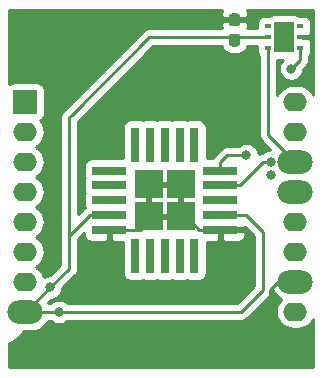
<source format=gtl>
G04 #@! TF.GenerationSoftware,KiCad,Pcbnew,(5.1.7)-1*
G04 #@! TF.CreationDate,2021-11-12T18:57:48+01:00*
G04 #@! TF.ProjectId,CO2-Breakout,434f322d-4272-4656-916b-6f75742e6b69,rev?*
G04 #@! TF.SameCoordinates,Original*
G04 #@! TF.FileFunction,Copper,L1,Top*
G04 #@! TF.FilePolarity,Positive*
%FSLAX46Y46*%
G04 Gerber Fmt 4.6, Leading zero omitted, Abs format (unit mm)*
G04 Created by KiCad (PCBNEW (5.1.7)-1) date 2021-11-12 18:57:48*
%MOMM*%
%LPD*%
G01*
G04 APERTURE LIST*
G04 #@! TA.AperFunction,SMDPad,CuDef*
%ADD10R,1.700000X2.600000*%
G04 #@! TD*
G04 #@! TA.AperFunction,SMDPad,CuDef*
%ADD11R,0.630000X0.450000*%
G04 #@! TD*
G04 #@! TA.AperFunction,ComponentPad*
%ADD12O,2.000000X1.600000*%
G04 #@! TD*
G04 #@! TA.AperFunction,ComponentPad*
%ADD13O,3.000000X2.000000*%
G04 #@! TD*
G04 #@! TA.AperFunction,ComponentPad*
%ADD14R,2.000000X2.000000*%
G04 #@! TD*
G04 #@! TA.AperFunction,SMDPad,CuDef*
%ADD15R,2.400000X2.400000*%
G04 #@! TD*
G04 #@! TA.AperFunction,SMDPad,CuDef*
%ADD16R,0.800000X3.000000*%
G04 #@! TD*
G04 #@! TA.AperFunction,SMDPad,CuDef*
%ADD17R,3.000000X0.800000*%
G04 #@! TD*
G04 #@! TA.AperFunction,ViaPad*
%ADD18C,0.800000*%
G04 #@! TD*
G04 #@! TA.AperFunction,Conductor*
%ADD19C,0.250000*%
G04 #@! TD*
G04 #@! TA.AperFunction,Conductor*
%ADD20C,0.254000*%
G04 #@! TD*
G04 #@! TA.AperFunction,Conductor*
%ADD21C,0.100000*%
G04 #@! TD*
G04 APERTURE END LIST*
G04 #@! TO.P,C1,2*
G04 #@! TO.N,GND*
G04 #@! TA.AperFunction,SMDPad,CuDef*
G36*
G01*
X107437500Y-88475000D02*
X106962500Y-88475000D01*
G75*
G02*
X106725000Y-88237500I0J237500D01*
G01*
X106725000Y-87637500D01*
G75*
G02*
X106962500Y-87400000I237500J0D01*
G01*
X107437500Y-87400000D01*
G75*
G02*
X107675000Y-87637500I0J-237500D01*
G01*
X107675000Y-88237500D01*
G75*
G02*
X107437500Y-88475000I-237500J0D01*
G01*
G37*
G04 #@! TD.AperFunction*
G04 #@! TO.P,C1,1*
G04 #@! TO.N,+3V3*
G04 #@! TA.AperFunction,SMDPad,CuDef*
G36*
G01*
X107437500Y-90200000D02*
X106962500Y-90200000D01*
G75*
G02*
X106725000Y-89962500I0J237500D01*
G01*
X106725000Y-89362500D01*
G75*
G02*
X106962500Y-89125000I237500J0D01*
G01*
X107437500Y-89125000D01*
G75*
G02*
X107675000Y-89362500I0J-237500D01*
G01*
X107675000Y-89962500D01*
G75*
G02*
X107437500Y-90200000I-237500J0D01*
G01*
G37*
G04 #@! TD.AperFunction*
G04 #@! TD*
D10*
G04 #@! TO.P,U1,7*
G04 #@! TO.N,N/C*
X111400000Y-89400000D03*
D11*
G04 #@! TO.P,U1,6*
G04 #@! TO.N,/SCL*
X110060000Y-90350000D03*
G04 #@! TO.P,U1,5*
G04 #@! TO.N,+3V3*
X110060000Y-89400000D03*
G04 #@! TO.P,U1,4*
G04 #@! TO.N,Net-(U1-Pad4)*
X110060000Y-88450000D03*
G04 #@! TO.P,U1,3*
G04 #@! TO.N,Net-(U1-Pad3)*
X112740000Y-88450000D03*
G04 #@! TO.P,U1,2*
G04 #@! TO.N,GND*
X112740000Y-89400000D03*
G04 #@! TO.P,U1,1*
G04 #@! TO.N,/SDA*
X112740000Y-90350000D03*
G04 #@! TD*
D12*
G04 #@! TO.P,U2,16*
G04 #@! TO.N,Net-(U2-Pad16)*
X112355001Y-94875000D03*
G04 #@! TO.P,U2,15*
G04 #@! TO.N,Net-(U2-Pad15)*
X112355001Y-97415000D03*
D13*
G04 #@! TO.P,U2,14*
G04 #@! TO.N,/SCL*
X112355001Y-99955000D03*
G04 #@! TO.P,U2,13*
G04 #@! TO.N,/SDA*
X112355001Y-102495000D03*
D12*
G04 #@! TO.P,U2,12*
G04 #@! TO.N,Net-(U2-Pad12)*
X112355001Y-105035000D03*
G04 #@! TO.P,U2,11*
G04 #@! TO.N,Net-(U2-Pad11)*
X112355001Y-107575000D03*
D13*
G04 #@! TO.P,U2,10*
G04 #@! TO.N,GND*
X112355001Y-110115000D03*
D12*
G04 #@! TO.P,U2,9*
G04 #@! TO.N,Net-(U2-Pad9)*
X112355001Y-112655000D03*
D13*
G04 #@! TO.P,U2,8*
G04 #@! TO.N,+3V3*
X89495001Y-112655000D03*
D12*
G04 #@! TO.P,U2,7*
G04 #@! TO.N,Net-(U2-Pad7)*
X89495001Y-110115000D03*
G04 #@! TO.P,U2,6*
G04 #@! TO.N,Net-(U2-Pad6)*
X89495001Y-107575000D03*
G04 #@! TO.P,U2,5*
G04 #@! TO.N,Net-(U2-Pad5)*
X89495001Y-105035000D03*
G04 #@! TO.P,U2,4*
G04 #@! TO.N,Net-(U2-Pad4)*
X89495001Y-102495000D03*
G04 #@! TO.P,U2,3*
G04 #@! TO.N,Net-(U2-Pad3)*
X89495001Y-99955000D03*
D14*
G04 #@! TO.P,U2,1*
G04 #@! TO.N,Net-(U2-Pad1)*
X89495001Y-94875000D03*
D12*
G04 #@! TO.P,U2,2*
G04 #@! TO.N,Net-(U2-Pad2)*
X89495001Y-97415000D03*
G04 #@! TD*
D15*
G04 #@! TO.P,SCD1,21*
G04 #@! TO.N,GND*
X102650000Y-104550000D03*
X102650000Y-101850000D03*
X99950000Y-101850000D03*
D16*
G04 #@! TO.P,SCD1,1*
G04 #@! TO.N,N/C*
X98800000Y-107900000D03*
G04 #@! TO.P,SCD1,2*
X100050000Y-107900000D03*
G04 #@! TO.P,SCD1,3*
X101300000Y-107900000D03*
G04 #@! TO.P,SCD1,4*
X102550000Y-107900000D03*
G04 #@! TO.P,SCD1,5*
X103800000Y-107900000D03*
G04 #@! TO.P,SCD1,11*
X103800000Y-98500000D03*
D17*
G04 #@! TO.P,SCD1,16*
X96600000Y-100700000D03*
G04 #@! TO.P,SCD1,6*
G04 #@! TO.N,GND*
X106000000Y-105700000D03*
G04 #@! TO.P,SCD1,7*
G04 #@! TO.N,+3V3*
X106000000Y-104450000D03*
G04 #@! TO.P,SCD1,8*
G04 #@! TO.N,N/C*
X106000000Y-103200000D03*
G04 #@! TO.P,SCD1,9*
G04 #@! TO.N,/SCL*
X106000000Y-101950000D03*
G04 #@! TO.P,SCD1,10*
G04 #@! TO.N,/SDA*
X106000000Y-100700000D03*
D16*
G04 #@! TO.P,SCD1,12*
G04 #@! TO.N,N/C*
X102550000Y-98500000D03*
G04 #@! TO.P,SCD1,13*
X101300000Y-98500000D03*
G04 #@! TO.P,SCD1,14*
X100050000Y-98500000D03*
G04 #@! TO.P,SCD1,15*
X98800000Y-98500000D03*
D17*
G04 #@! TO.P,SCD1,17*
X96600000Y-101950000D03*
G04 #@! TO.P,SCD1,18*
X96600000Y-103200000D03*
G04 #@! TO.P,SCD1,19*
G04 #@! TO.N,+3V3*
X96600000Y-104450000D03*
G04 #@! TO.P,SCD1,20*
G04 #@! TO.N,GND*
X96600000Y-105700000D03*
D15*
G04 #@! TO.P,SCD1,21*
X99950000Y-104550000D03*
G04 #@! TD*
D18*
G04 #@! TO.N,GND*
X93000000Y-89000000D03*
X98000000Y-89000000D03*
X100500000Y-94000000D03*
X105500000Y-94000000D03*
X108000000Y-109000000D03*
X101500000Y-111000000D03*
X95500000Y-110500000D03*
X96000000Y-97000000D03*
X109400000Y-113400000D03*
X102000000Y-113800000D03*
X94800000Y-114000000D03*
G04 #@! TO.N,+3V3*
X92345000Y-112655000D03*
X91599999Y-110599999D03*
G04 #@! TO.N,/SCL*
X110295000Y-99955000D03*
G04 #@! TO.N,/SDA*
X108200000Y-99400000D03*
X112000000Y-92075000D03*
X110300000Y-101100000D03*
G04 #@! TD*
D19*
G04 #@! TO.N,GND*
X104200000Y-105700000D02*
X103050000Y-104550000D01*
X106400000Y-105700000D02*
X104200000Y-105700000D01*
X99200000Y-105700000D02*
X97000000Y-105700000D01*
X100350000Y-104550000D02*
X99200000Y-105700000D01*
X112740000Y-89400000D02*
X113400000Y-89400000D01*
X112322517Y-110115000D02*
X112322574Y-110113642D01*
X110885000Y-110115000D02*
X112322517Y-110115000D01*
X110200000Y-110800000D02*
X110885000Y-110115000D01*
X110200000Y-112200000D02*
X110200000Y-110800000D01*
X109400000Y-113000000D02*
X110200000Y-112200000D01*
X109400000Y-113400000D02*
X109400000Y-113000000D01*
G04 #@! TO.N,+3V3*
X93200000Y-107200000D02*
X93200000Y-106200000D01*
X94950000Y-104450000D02*
X97000000Y-104450000D01*
X93200000Y-106200000D02*
X94950000Y-104450000D01*
X107745000Y-112655000D02*
X109600000Y-110800000D01*
X108150000Y-104450000D02*
X106400000Y-104450000D01*
X109600000Y-105900000D02*
X108150000Y-104450000D01*
X109600000Y-110800000D02*
X109600000Y-105900000D01*
X89601089Y-112598910D02*
X89599516Y-112586459D01*
X93200000Y-109000000D02*
X91599999Y-110599999D01*
X93200000Y-107200000D02*
X93200000Y-109000000D01*
X89600687Y-112655000D02*
X89599947Y-112646187D01*
X107745000Y-112655000D02*
X92345000Y-112655000D01*
X110060000Y-89400000D02*
X109495000Y-89400000D01*
X109495000Y-89400000D02*
X100000000Y-89400000D01*
X93200000Y-96200000D02*
X93600000Y-95800000D01*
X93200000Y-106200000D02*
X93200000Y-96200000D01*
X93600000Y-95800000D02*
X93400000Y-96000000D01*
X100000000Y-89400000D02*
X93600000Y-95800000D01*
X107462500Y-89400000D02*
X107200000Y-89662500D01*
X110060000Y-89400000D02*
X107462500Y-89400000D01*
X92345000Y-112655000D02*
X89600687Y-112655000D01*
X91599999Y-110599999D02*
X89601089Y-112598910D01*
G04 #@! TO.N,/SCL*
X110060000Y-97659999D02*
X112355001Y-99955000D01*
X110060000Y-90350000D02*
X110060000Y-97659999D01*
X106000000Y-101950000D02*
X107650000Y-101950000D01*
X109645000Y-99955000D02*
X110295000Y-99955000D01*
X107650000Y-101950000D02*
X109645000Y-99955000D01*
G04 #@! TO.N,/SDA*
X106200000Y-100500000D02*
X106400000Y-100700000D01*
X108200000Y-99400000D02*
X106600000Y-99400000D01*
X106000000Y-100000000D02*
X106000000Y-100700000D01*
X106600000Y-99400000D02*
X106000000Y-100000000D01*
X112740000Y-91335000D02*
X112740000Y-90350000D01*
X112000000Y-92075000D02*
X112740000Y-91335000D01*
G04 #@! TD*
D20*
G04 #@! TO.N,GND*
X110424991Y-110917761D02*
X110609079Y-111181317D01*
X110841047Y-111403895D01*
X111111981Y-111576942D01*
X111176118Y-111601969D01*
X111135393Y-111635392D01*
X110956069Y-111853899D01*
X110822819Y-112103192D01*
X110740765Y-112373691D01*
X110713058Y-112655000D01*
X110740765Y-112936309D01*
X110822819Y-113206808D01*
X110956069Y-113456101D01*
X111135393Y-113674608D01*
X111353900Y-113853932D01*
X111603193Y-113987182D01*
X111873692Y-114069236D01*
X112084509Y-114090000D01*
X112625493Y-114090000D01*
X112836310Y-114069236D01*
X113106809Y-113987182D01*
X113356102Y-113853932D01*
X113574609Y-113674608D01*
X113753933Y-113456101D01*
X113873000Y-113233343D01*
X113873000Y-117373000D01*
X88127000Y-117373000D01*
X88127000Y-115321180D01*
X88156826Y-115308887D01*
X88164932Y-115304503D01*
X88532637Y-115102356D01*
X88582000Y-115068557D01*
X88631819Y-115035457D01*
X88638919Y-115029583D01*
X88960356Y-114759865D01*
X89002200Y-114717135D01*
X89044655Y-114674976D01*
X89050479Y-114667835D01*
X89313406Y-114340820D01*
X89346166Y-114290757D01*
X89346677Y-114290000D01*
X90075323Y-114290000D01*
X90315517Y-114266343D01*
X90623716Y-114172852D01*
X90907753Y-114021031D01*
X91156715Y-113816714D01*
X91361032Y-113567752D01*
X91442680Y-113415000D01*
X91641289Y-113415000D01*
X91685226Y-113458937D01*
X91854744Y-113572205D01*
X92043102Y-113650226D01*
X92243061Y-113690000D01*
X92446939Y-113690000D01*
X92646898Y-113650226D01*
X92835256Y-113572205D01*
X93004774Y-113458937D01*
X93048711Y-113415000D01*
X107707678Y-113415000D01*
X107745000Y-113418676D01*
X107782322Y-113415000D01*
X107782333Y-113415000D01*
X107893986Y-113404003D01*
X108037247Y-113360546D01*
X108169276Y-113289974D01*
X108285001Y-113195001D01*
X108308804Y-113165997D01*
X110111004Y-111363798D01*
X110140001Y-111340001D01*
X110234974Y-111224276D01*
X110305546Y-111092247D01*
X110349003Y-110948986D01*
X110360000Y-110837333D01*
X110360000Y-110837324D01*
X110363676Y-110800001D01*
X110360878Y-110771593D01*
X110424991Y-110917761D01*
G04 #@! TA.AperFunction,Conductor*
D21*
G36*
X110424991Y-110917761D02*
G01*
X110609079Y-111181317D01*
X110841047Y-111403895D01*
X111111981Y-111576942D01*
X111176118Y-111601969D01*
X111135393Y-111635392D01*
X110956069Y-111853899D01*
X110822819Y-112103192D01*
X110740765Y-112373691D01*
X110713058Y-112655000D01*
X110740765Y-112936309D01*
X110822819Y-113206808D01*
X110956069Y-113456101D01*
X111135393Y-113674608D01*
X111353900Y-113853932D01*
X111603193Y-113987182D01*
X111873692Y-114069236D01*
X112084509Y-114090000D01*
X112625493Y-114090000D01*
X112836310Y-114069236D01*
X113106809Y-113987182D01*
X113356102Y-113853932D01*
X113574609Y-113674608D01*
X113753933Y-113456101D01*
X113873000Y-113233343D01*
X113873000Y-117373000D01*
X88127000Y-117373000D01*
X88127000Y-115321180D01*
X88156826Y-115308887D01*
X88164932Y-115304503D01*
X88532637Y-115102356D01*
X88582000Y-115068557D01*
X88631819Y-115035457D01*
X88638919Y-115029583D01*
X88960356Y-114759865D01*
X89002200Y-114717135D01*
X89044655Y-114674976D01*
X89050479Y-114667835D01*
X89313406Y-114340820D01*
X89346166Y-114290757D01*
X89346677Y-114290000D01*
X90075323Y-114290000D01*
X90315517Y-114266343D01*
X90623716Y-114172852D01*
X90907753Y-114021031D01*
X91156715Y-113816714D01*
X91361032Y-113567752D01*
X91442680Y-113415000D01*
X91641289Y-113415000D01*
X91685226Y-113458937D01*
X91854744Y-113572205D01*
X92043102Y-113650226D01*
X92243061Y-113690000D01*
X92446939Y-113690000D01*
X92646898Y-113650226D01*
X92835256Y-113572205D01*
X93004774Y-113458937D01*
X93048711Y-113415000D01*
X107707678Y-113415000D01*
X107745000Y-113418676D01*
X107782322Y-113415000D01*
X107782333Y-113415000D01*
X107893986Y-113404003D01*
X108037247Y-113360546D01*
X108169276Y-113289974D01*
X108285001Y-113195001D01*
X108308804Y-113165997D01*
X110111004Y-111363798D01*
X110140001Y-111340001D01*
X110234974Y-111224276D01*
X110305546Y-111092247D01*
X110349003Y-110948986D01*
X110360000Y-110837333D01*
X110360000Y-110837324D01*
X110363676Y-110800001D01*
X110360878Y-110771593D01*
X110424991Y-110917761D01*
G37*
G04 #@! TD.AperFunction*
D20*
X108840001Y-106214803D02*
X108840000Y-110485198D01*
X107430199Y-111895000D01*
X93048711Y-111895000D01*
X93004774Y-111851063D01*
X92835256Y-111737795D01*
X92646898Y-111659774D01*
X92446939Y-111620000D01*
X92243061Y-111620000D01*
X92043102Y-111659774D01*
X91854744Y-111737795D01*
X91685226Y-111851063D01*
X91641289Y-111895000D01*
X91442680Y-111895000D01*
X91420777Y-111854023D01*
X91639801Y-111634999D01*
X91701938Y-111634999D01*
X91901897Y-111595225D01*
X92090255Y-111517204D01*
X92259773Y-111403936D01*
X92403936Y-111259773D01*
X92517204Y-111090255D01*
X92595225Y-110901897D01*
X92634999Y-110701938D01*
X92634999Y-110639801D01*
X93711002Y-109563800D01*
X93740001Y-109540001D01*
X93805416Y-109460293D01*
X93834974Y-109424277D01*
X93905546Y-109292247D01*
X93923703Y-109232389D01*
X93949003Y-109148986D01*
X93960000Y-109037333D01*
X93960000Y-109037324D01*
X93963676Y-109000001D01*
X93960000Y-108962676D01*
X93960000Y-106514801D01*
X94464335Y-106010466D01*
X94461928Y-106100000D01*
X94474188Y-106224482D01*
X94510498Y-106344180D01*
X94569463Y-106454494D01*
X94648815Y-106551185D01*
X94745506Y-106630537D01*
X94855820Y-106689502D01*
X94975518Y-106725812D01*
X95100000Y-106738072D01*
X96314250Y-106735000D01*
X96473000Y-106576250D01*
X96473000Y-105827000D01*
X96453000Y-105827000D01*
X96453000Y-105573000D01*
X96473000Y-105573000D01*
X96473000Y-105553000D01*
X96727000Y-105553000D01*
X96727000Y-105573000D01*
X96747000Y-105573000D01*
X96747000Y-105827000D01*
X96727000Y-105827000D01*
X96727000Y-106576250D01*
X96885750Y-106735000D01*
X97761928Y-106737217D01*
X97761928Y-109400000D01*
X97774188Y-109524482D01*
X97810498Y-109644180D01*
X97869463Y-109754494D01*
X97948815Y-109851185D01*
X98045506Y-109930537D01*
X98155820Y-109989502D01*
X98275518Y-110025812D01*
X98400000Y-110038072D01*
X99200000Y-110038072D01*
X99324482Y-110025812D01*
X99425000Y-109995320D01*
X99525518Y-110025812D01*
X99650000Y-110038072D01*
X100450000Y-110038072D01*
X100574482Y-110025812D01*
X100675000Y-109995320D01*
X100775518Y-110025812D01*
X100900000Y-110038072D01*
X101700000Y-110038072D01*
X101824482Y-110025812D01*
X101925000Y-109995320D01*
X102025518Y-110025812D01*
X102150000Y-110038072D01*
X102950000Y-110038072D01*
X103074482Y-110025812D01*
X103175000Y-109995320D01*
X103275518Y-110025812D01*
X103400000Y-110038072D01*
X104200000Y-110038072D01*
X104324482Y-110025812D01*
X104444180Y-109989502D01*
X104554494Y-109930537D01*
X104651185Y-109851185D01*
X104730537Y-109754494D01*
X104789502Y-109644180D01*
X104825812Y-109524482D01*
X104838072Y-109400000D01*
X104838072Y-106737217D01*
X105714250Y-106735000D01*
X105873000Y-106576250D01*
X105873000Y-105827000D01*
X106127000Y-105827000D01*
X106127000Y-106576250D01*
X106285750Y-106735000D01*
X107500000Y-106738072D01*
X107624482Y-106725812D01*
X107744180Y-106689502D01*
X107854494Y-106630537D01*
X107951185Y-106551185D01*
X108030537Y-106454494D01*
X108089502Y-106344180D01*
X108125812Y-106224482D01*
X108138072Y-106100000D01*
X108135000Y-105985750D01*
X107976250Y-105827000D01*
X106127000Y-105827000D01*
X105873000Y-105827000D01*
X105853000Y-105827000D01*
X105853000Y-105573000D01*
X105873000Y-105573000D01*
X105873000Y-105553000D01*
X106127000Y-105553000D01*
X106127000Y-105573000D01*
X107976250Y-105573000D01*
X108087224Y-105462026D01*
X108840001Y-106214803D01*
G04 #@! TA.AperFunction,Conductor*
D21*
G36*
X108840001Y-106214803D02*
G01*
X108840000Y-110485198D01*
X107430199Y-111895000D01*
X93048711Y-111895000D01*
X93004774Y-111851063D01*
X92835256Y-111737795D01*
X92646898Y-111659774D01*
X92446939Y-111620000D01*
X92243061Y-111620000D01*
X92043102Y-111659774D01*
X91854744Y-111737795D01*
X91685226Y-111851063D01*
X91641289Y-111895000D01*
X91442680Y-111895000D01*
X91420777Y-111854023D01*
X91639801Y-111634999D01*
X91701938Y-111634999D01*
X91901897Y-111595225D01*
X92090255Y-111517204D01*
X92259773Y-111403936D01*
X92403936Y-111259773D01*
X92517204Y-111090255D01*
X92595225Y-110901897D01*
X92634999Y-110701938D01*
X92634999Y-110639801D01*
X93711002Y-109563800D01*
X93740001Y-109540001D01*
X93805416Y-109460293D01*
X93834974Y-109424277D01*
X93905546Y-109292247D01*
X93923703Y-109232389D01*
X93949003Y-109148986D01*
X93960000Y-109037333D01*
X93960000Y-109037324D01*
X93963676Y-109000001D01*
X93960000Y-108962676D01*
X93960000Y-106514801D01*
X94464335Y-106010466D01*
X94461928Y-106100000D01*
X94474188Y-106224482D01*
X94510498Y-106344180D01*
X94569463Y-106454494D01*
X94648815Y-106551185D01*
X94745506Y-106630537D01*
X94855820Y-106689502D01*
X94975518Y-106725812D01*
X95100000Y-106738072D01*
X96314250Y-106735000D01*
X96473000Y-106576250D01*
X96473000Y-105827000D01*
X96453000Y-105827000D01*
X96453000Y-105573000D01*
X96473000Y-105573000D01*
X96473000Y-105553000D01*
X96727000Y-105553000D01*
X96727000Y-105573000D01*
X96747000Y-105573000D01*
X96747000Y-105827000D01*
X96727000Y-105827000D01*
X96727000Y-106576250D01*
X96885750Y-106735000D01*
X97761928Y-106737217D01*
X97761928Y-109400000D01*
X97774188Y-109524482D01*
X97810498Y-109644180D01*
X97869463Y-109754494D01*
X97948815Y-109851185D01*
X98045506Y-109930537D01*
X98155820Y-109989502D01*
X98275518Y-110025812D01*
X98400000Y-110038072D01*
X99200000Y-110038072D01*
X99324482Y-110025812D01*
X99425000Y-109995320D01*
X99525518Y-110025812D01*
X99650000Y-110038072D01*
X100450000Y-110038072D01*
X100574482Y-110025812D01*
X100675000Y-109995320D01*
X100775518Y-110025812D01*
X100900000Y-110038072D01*
X101700000Y-110038072D01*
X101824482Y-110025812D01*
X101925000Y-109995320D01*
X102025518Y-110025812D01*
X102150000Y-110038072D01*
X102950000Y-110038072D01*
X103074482Y-110025812D01*
X103175000Y-109995320D01*
X103275518Y-110025812D01*
X103400000Y-110038072D01*
X104200000Y-110038072D01*
X104324482Y-110025812D01*
X104444180Y-109989502D01*
X104554494Y-109930537D01*
X104651185Y-109851185D01*
X104730537Y-109754494D01*
X104789502Y-109644180D01*
X104825812Y-109524482D01*
X104838072Y-109400000D01*
X104838072Y-106737217D01*
X105714250Y-106735000D01*
X105873000Y-106576250D01*
X105873000Y-105827000D01*
X106127000Y-105827000D01*
X106127000Y-106576250D01*
X106285750Y-106735000D01*
X107500000Y-106738072D01*
X107624482Y-106725812D01*
X107744180Y-106689502D01*
X107854494Y-106630537D01*
X107951185Y-106551185D01*
X108030537Y-106454494D01*
X108089502Y-106344180D01*
X108125812Y-106224482D01*
X108138072Y-106100000D01*
X108135000Y-105985750D01*
X107976250Y-105827000D01*
X106127000Y-105827000D01*
X105873000Y-105827000D01*
X105853000Y-105827000D01*
X105853000Y-105573000D01*
X105873000Y-105573000D01*
X105873000Y-105553000D01*
X106127000Y-105553000D01*
X106127000Y-105573000D01*
X107976250Y-105573000D01*
X108087224Y-105462026D01*
X108840001Y-106214803D01*
G37*
G04 #@! TD.AperFunction*
D20*
X106135498Y-87155820D02*
X106099188Y-87275518D01*
X106086928Y-87400000D01*
X106090000Y-87651750D01*
X106248750Y-87810500D01*
X107073000Y-87810500D01*
X107073000Y-87790500D01*
X107327000Y-87790500D01*
X107327000Y-87810500D01*
X108151250Y-87810500D01*
X108310000Y-87651750D01*
X108313072Y-87400000D01*
X108300812Y-87275518D01*
X108264502Y-87155820D01*
X108249097Y-87127000D01*
X113873000Y-87127000D01*
X113873000Y-94296657D01*
X113753933Y-94073899D01*
X113574609Y-93855392D01*
X113356102Y-93676068D01*
X113106809Y-93542818D01*
X112836310Y-93460764D01*
X112625493Y-93440000D01*
X112084509Y-93440000D01*
X111873692Y-93460764D01*
X111603193Y-93542818D01*
X111353900Y-93676068D01*
X111135393Y-93855392D01*
X110956069Y-94073899D01*
X110822819Y-94323192D01*
X110820000Y-94332485D01*
X110820000Y-91338072D01*
X111273217Y-91338072D01*
X111196063Y-91415226D01*
X111082795Y-91584744D01*
X111004774Y-91773102D01*
X110965000Y-91973061D01*
X110965000Y-92176939D01*
X111004774Y-92376898D01*
X111082795Y-92565256D01*
X111196063Y-92734774D01*
X111340226Y-92878937D01*
X111509744Y-92992205D01*
X111698102Y-93070226D01*
X111898061Y-93110000D01*
X112101939Y-93110000D01*
X112301898Y-93070226D01*
X112490256Y-92992205D01*
X112659774Y-92878937D01*
X112803937Y-92734774D01*
X112917205Y-92565256D01*
X112995226Y-92376898D01*
X113035000Y-92176939D01*
X113035000Y-92114802D01*
X113251004Y-91898798D01*
X113280001Y-91875001D01*
X113306332Y-91842917D01*
X113374974Y-91759277D01*
X113445546Y-91627247D01*
X113464732Y-91563998D01*
X113489003Y-91483986D01*
X113500000Y-91372333D01*
X113500000Y-91372324D01*
X113503676Y-91335001D01*
X113500000Y-91297678D01*
X113500000Y-91031261D01*
X113506185Y-91026185D01*
X113585537Y-90929494D01*
X113644502Y-90819180D01*
X113680812Y-90699482D01*
X113693072Y-90575000D01*
X113693072Y-90125000D01*
X113680812Y-90000518D01*
X113644502Y-89880820D01*
X113641231Y-89874701D01*
X113677491Y-89765145D01*
X113690000Y-89656750D01*
X113531250Y-89498000D01*
X113167420Y-89498000D01*
X113055000Y-89486928D01*
X112888072Y-89486928D01*
X112888072Y-89313072D01*
X113055000Y-89313072D01*
X113167420Y-89302000D01*
X113531250Y-89302000D01*
X113690000Y-89143250D01*
X113677491Y-89034855D01*
X113641231Y-88925299D01*
X113644502Y-88919180D01*
X113680812Y-88799482D01*
X113693072Y-88675000D01*
X113693072Y-88225000D01*
X113680812Y-88100518D01*
X113644502Y-87980820D01*
X113585537Y-87870506D01*
X113506185Y-87773815D01*
X113409494Y-87694463D01*
X113299180Y-87635498D01*
X113179482Y-87599188D01*
X113055000Y-87586928D01*
X112625775Y-87586928D01*
X112604494Y-87569463D01*
X112494180Y-87510498D01*
X112374482Y-87474188D01*
X112250000Y-87461928D01*
X110550000Y-87461928D01*
X110425518Y-87474188D01*
X110305820Y-87510498D01*
X110195506Y-87569463D01*
X110174225Y-87586928D01*
X109745000Y-87586928D01*
X109620518Y-87599188D01*
X109500820Y-87635498D01*
X109390506Y-87694463D01*
X109293815Y-87773815D01*
X109214463Y-87870506D01*
X109155498Y-87980820D01*
X109119188Y-88100518D01*
X109106928Y-88225000D01*
X109106928Y-88640000D01*
X108288521Y-88640000D01*
X108300812Y-88599482D01*
X108313072Y-88475000D01*
X108310000Y-88223250D01*
X108151250Y-88064500D01*
X107327000Y-88064500D01*
X107327000Y-88084500D01*
X107073000Y-88084500D01*
X107073000Y-88064500D01*
X106248750Y-88064500D01*
X106090000Y-88223250D01*
X106086928Y-88475000D01*
X106099188Y-88599482D01*
X106111479Y-88640000D01*
X100037323Y-88640000D01*
X100000000Y-88636324D01*
X99962677Y-88640000D01*
X99962667Y-88640000D01*
X99851014Y-88650997D01*
X99707753Y-88694454D01*
X99575724Y-88765026D01*
X99459999Y-88859999D01*
X99436201Y-88888997D01*
X93089003Y-95236196D01*
X93088997Y-95236201D01*
X92688998Y-95636201D01*
X92660000Y-95659999D01*
X92636202Y-95688997D01*
X92636201Y-95688998D01*
X92565026Y-95775724D01*
X92494454Y-95907754D01*
X92450998Y-96051015D01*
X92436324Y-96200000D01*
X92440001Y-96237332D01*
X92440000Y-106162678D01*
X92436324Y-106200000D01*
X92440000Y-106237322D01*
X92440000Y-106237332D01*
X92440001Y-106237341D01*
X92440000Y-107162667D01*
X92440000Y-107162668D01*
X92440001Y-108685196D01*
X91560197Y-109564999D01*
X91498060Y-109564999D01*
X91298101Y-109604773D01*
X91109743Y-109682794D01*
X91071263Y-109708506D01*
X91027183Y-109563192D01*
X90893933Y-109313899D01*
X90714609Y-109095392D01*
X90496102Y-108916068D01*
X90363143Y-108845000D01*
X90496102Y-108773932D01*
X90714609Y-108594608D01*
X90893933Y-108376101D01*
X91027183Y-108126808D01*
X91109237Y-107856309D01*
X91136944Y-107575000D01*
X91109237Y-107293691D01*
X91027183Y-107023192D01*
X90893933Y-106773899D01*
X90714609Y-106555392D01*
X90496102Y-106376068D01*
X90363143Y-106305000D01*
X90496102Y-106233932D01*
X90714609Y-106054608D01*
X90893933Y-105836101D01*
X91027183Y-105586808D01*
X91109237Y-105316309D01*
X91136944Y-105035000D01*
X91109237Y-104753691D01*
X91027183Y-104483192D01*
X90893933Y-104233899D01*
X90714609Y-104015392D01*
X90496102Y-103836068D01*
X90363143Y-103765000D01*
X90496102Y-103693932D01*
X90714609Y-103514608D01*
X90893933Y-103296101D01*
X91027183Y-103046808D01*
X91109237Y-102776309D01*
X91136944Y-102495000D01*
X91109237Y-102213691D01*
X91027183Y-101943192D01*
X90893933Y-101693899D01*
X90714609Y-101475392D01*
X90496102Y-101296068D01*
X90363143Y-101225000D01*
X90496102Y-101153932D01*
X90714609Y-100974608D01*
X90893933Y-100756101D01*
X91027183Y-100506808D01*
X91109237Y-100236309D01*
X91136944Y-99955000D01*
X91109237Y-99673691D01*
X91027183Y-99403192D01*
X90893933Y-99153899D01*
X90714609Y-98935392D01*
X90496102Y-98756068D01*
X90363143Y-98685000D01*
X90496102Y-98613932D01*
X90714609Y-98434608D01*
X90893933Y-98216101D01*
X91027183Y-97966808D01*
X91109237Y-97696309D01*
X91136944Y-97415000D01*
X91109237Y-97133691D01*
X91027183Y-96863192D01*
X90893933Y-96613899D01*
X90761525Y-96452559D01*
X90849495Y-96405537D01*
X90946186Y-96326185D01*
X91025538Y-96229494D01*
X91084503Y-96119180D01*
X91120813Y-95999482D01*
X91133073Y-95875000D01*
X91133073Y-93875000D01*
X91120813Y-93750518D01*
X91084503Y-93630820D01*
X91025538Y-93520506D01*
X90946186Y-93423815D01*
X90849495Y-93344463D01*
X90739181Y-93285498D01*
X90619483Y-93249188D01*
X90495001Y-93236928D01*
X88495001Y-93236928D01*
X88370519Y-93249188D01*
X88250821Y-93285498D01*
X88140507Y-93344463D01*
X88127000Y-93355548D01*
X88127000Y-87127000D01*
X106150903Y-87127000D01*
X106135498Y-87155820D01*
G04 #@! TA.AperFunction,Conductor*
D21*
G36*
X106135498Y-87155820D02*
G01*
X106099188Y-87275518D01*
X106086928Y-87400000D01*
X106090000Y-87651750D01*
X106248750Y-87810500D01*
X107073000Y-87810500D01*
X107073000Y-87790500D01*
X107327000Y-87790500D01*
X107327000Y-87810500D01*
X108151250Y-87810500D01*
X108310000Y-87651750D01*
X108313072Y-87400000D01*
X108300812Y-87275518D01*
X108264502Y-87155820D01*
X108249097Y-87127000D01*
X113873000Y-87127000D01*
X113873000Y-94296657D01*
X113753933Y-94073899D01*
X113574609Y-93855392D01*
X113356102Y-93676068D01*
X113106809Y-93542818D01*
X112836310Y-93460764D01*
X112625493Y-93440000D01*
X112084509Y-93440000D01*
X111873692Y-93460764D01*
X111603193Y-93542818D01*
X111353900Y-93676068D01*
X111135393Y-93855392D01*
X110956069Y-94073899D01*
X110822819Y-94323192D01*
X110820000Y-94332485D01*
X110820000Y-91338072D01*
X111273217Y-91338072D01*
X111196063Y-91415226D01*
X111082795Y-91584744D01*
X111004774Y-91773102D01*
X110965000Y-91973061D01*
X110965000Y-92176939D01*
X111004774Y-92376898D01*
X111082795Y-92565256D01*
X111196063Y-92734774D01*
X111340226Y-92878937D01*
X111509744Y-92992205D01*
X111698102Y-93070226D01*
X111898061Y-93110000D01*
X112101939Y-93110000D01*
X112301898Y-93070226D01*
X112490256Y-92992205D01*
X112659774Y-92878937D01*
X112803937Y-92734774D01*
X112917205Y-92565256D01*
X112995226Y-92376898D01*
X113035000Y-92176939D01*
X113035000Y-92114802D01*
X113251004Y-91898798D01*
X113280001Y-91875001D01*
X113306332Y-91842917D01*
X113374974Y-91759277D01*
X113445546Y-91627247D01*
X113464732Y-91563998D01*
X113489003Y-91483986D01*
X113500000Y-91372333D01*
X113500000Y-91372324D01*
X113503676Y-91335001D01*
X113500000Y-91297678D01*
X113500000Y-91031261D01*
X113506185Y-91026185D01*
X113585537Y-90929494D01*
X113644502Y-90819180D01*
X113680812Y-90699482D01*
X113693072Y-90575000D01*
X113693072Y-90125000D01*
X113680812Y-90000518D01*
X113644502Y-89880820D01*
X113641231Y-89874701D01*
X113677491Y-89765145D01*
X113690000Y-89656750D01*
X113531250Y-89498000D01*
X113167420Y-89498000D01*
X113055000Y-89486928D01*
X112888072Y-89486928D01*
X112888072Y-89313072D01*
X113055000Y-89313072D01*
X113167420Y-89302000D01*
X113531250Y-89302000D01*
X113690000Y-89143250D01*
X113677491Y-89034855D01*
X113641231Y-88925299D01*
X113644502Y-88919180D01*
X113680812Y-88799482D01*
X113693072Y-88675000D01*
X113693072Y-88225000D01*
X113680812Y-88100518D01*
X113644502Y-87980820D01*
X113585537Y-87870506D01*
X113506185Y-87773815D01*
X113409494Y-87694463D01*
X113299180Y-87635498D01*
X113179482Y-87599188D01*
X113055000Y-87586928D01*
X112625775Y-87586928D01*
X112604494Y-87569463D01*
X112494180Y-87510498D01*
X112374482Y-87474188D01*
X112250000Y-87461928D01*
X110550000Y-87461928D01*
X110425518Y-87474188D01*
X110305820Y-87510498D01*
X110195506Y-87569463D01*
X110174225Y-87586928D01*
X109745000Y-87586928D01*
X109620518Y-87599188D01*
X109500820Y-87635498D01*
X109390506Y-87694463D01*
X109293815Y-87773815D01*
X109214463Y-87870506D01*
X109155498Y-87980820D01*
X109119188Y-88100518D01*
X109106928Y-88225000D01*
X109106928Y-88640000D01*
X108288521Y-88640000D01*
X108300812Y-88599482D01*
X108313072Y-88475000D01*
X108310000Y-88223250D01*
X108151250Y-88064500D01*
X107327000Y-88064500D01*
X107327000Y-88084500D01*
X107073000Y-88084500D01*
X107073000Y-88064500D01*
X106248750Y-88064500D01*
X106090000Y-88223250D01*
X106086928Y-88475000D01*
X106099188Y-88599482D01*
X106111479Y-88640000D01*
X100037323Y-88640000D01*
X100000000Y-88636324D01*
X99962677Y-88640000D01*
X99962667Y-88640000D01*
X99851014Y-88650997D01*
X99707753Y-88694454D01*
X99575724Y-88765026D01*
X99459999Y-88859999D01*
X99436201Y-88888997D01*
X93089003Y-95236196D01*
X93088997Y-95236201D01*
X92688998Y-95636201D01*
X92660000Y-95659999D01*
X92636202Y-95688997D01*
X92636201Y-95688998D01*
X92565026Y-95775724D01*
X92494454Y-95907754D01*
X92450998Y-96051015D01*
X92436324Y-96200000D01*
X92440001Y-96237332D01*
X92440000Y-106162678D01*
X92436324Y-106200000D01*
X92440000Y-106237322D01*
X92440000Y-106237332D01*
X92440001Y-106237341D01*
X92440000Y-107162667D01*
X92440000Y-107162668D01*
X92440001Y-108685196D01*
X91560197Y-109564999D01*
X91498060Y-109564999D01*
X91298101Y-109604773D01*
X91109743Y-109682794D01*
X91071263Y-109708506D01*
X91027183Y-109563192D01*
X90893933Y-109313899D01*
X90714609Y-109095392D01*
X90496102Y-108916068D01*
X90363143Y-108845000D01*
X90496102Y-108773932D01*
X90714609Y-108594608D01*
X90893933Y-108376101D01*
X91027183Y-108126808D01*
X91109237Y-107856309D01*
X91136944Y-107575000D01*
X91109237Y-107293691D01*
X91027183Y-107023192D01*
X90893933Y-106773899D01*
X90714609Y-106555392D01*
X90496102Y-106376068D01*
X90363143Y-106305000D01*
X90496102Y-106233932D01*
X90714609Y-106054608D01*
X90893933Y-105836101D01*
X91027183Y-105586808D01*
X91109237Y-105316309D01*
X91136944Y-105035000D01*
X91109237Y-104753691D01*
X91027183Y-104483192D01*
X90893933Y-104233899D01*
X90714609Y-104015392D01*
X90496102Y-103836068D01*
X90363143Y-103765000D01*
X90496102Y-103693932D01*
X90714609Y-103514608D01*
X90893933Y-103296101D01*
X91027183Y-103046808D01*
X91109237Y-102776309D01*
X91136944Y-102495000D01*
X91109237Y-102213691D01*
X91027183Y-101943192D01*
X90893933Y-101693899D01*
X90714609Y-101475392D01*
X90496102Y-101296068D01*
X90363143Y-101225000D01*
X90496102Y-101153932D01*
X90714609Y-100974608D01*
X90893933Y-100756101D01*
X91027183Y-100506808D01*
X91109237Y-100236309D01*
X91136944Y-99955000D01*
X91109237Y-99673691D01*
X91027183Y-99403192D01*
X90893933Y-99153899D01*
X90714609Y-98935392D01*
X90496102Y-98756068D01*
X90363143Y-98685000D01*
X90496102Y-98613932D01*
X90714609Y-98434608D01*
X90893933Y-98216101D01*
X91027183Y-97966808D01*
X91109237Y-97696309D01*
X91136944Y-97415000D01*
X91109237Y-97133691D01*
X91027183Y-96863192D01*
X90893933Y-96613899D01*
X90761525Y-96452559D01*
X90849495Y-96405537D01*
X90946186Y-96326185D01*
X91025538Y-96229494D01*
X91084503Y-96119180D01*
X91120813Y-95999482D01*
X91133073Y-95875000D01*
X91133073Y-93875000D01*
X91120813Y-93750518D01*
X91084503Y-93630820D01*
X91025538Y-93520506D01*
X90946186Y-93423815D01*
X90849495Y-93344463D01*
X90739181Y-93285498D01*
X90619483Y-93249188D01*
X90495001Y-93236928D01*
X88495001Y-93236928D01*
X88370519Y-93249188D01*
X88250821Y-93285498D01*
X88140507Y-93344463D01*
X88127000Y-93355548D01*
X88127000Y-87127000D01*
X106150903Y-87127000D01*
X106135498Y-87155820D01*
G37*
G04 #@! TD.AperFunction*
D20*
X100077000Y-101723000D02*
X102523000Y-101723000D01*
X102523000Y-101703000D01*
X102777000Y-101703000D01*
X102777000Y-101723000D01*
X102797000Y-101723000D01*
X102797000Y-101977000D01*
X102777000Y-101977000D01*
X102777000Y-104423000D01*
X102797000Y-104423000D01*
X102797000Y-104677000D01*
X102777000Y-104677000D01*
X102777000Y-104697000D01*
X102523000Y-104697000D01*
X102523000Y-104677000D01*
X100077000Y-104677000D01*
X100077000Y-104697000D01*
X99823000Y-104697000D01*
X99823000Y-104677000D01*
X99803000Y-104677000D01*
X99803000Y-104423000D01*
X99823000Y-104423000D01*
X99823000Y-101977000D01*
X100077000Y-101977000D01*
X100077000Y-104423000D01*
X102523000Y-104423000D01*
X102523000Y-101977000D01*
X100077000Y-101977000D01*
X99823000Y-101977000D01*
X99803000Y-101977000D01*
X99803000Y-101723000D01*
X99823000Y-101723000D01*
X99823000Y-101703000D01*
X100077000Y-101703000D01*
X100077000Y-101723000D01*
G04 #@! TA.AperFunction,Conductor*
D21*
G36*
X100077000Y-101723000D02*
G01*
X102523000Y-101723000D01*
X102523000Y-101703000D01*
X102777000Y-101703000D01*
X102777000Y-101723000D01*
X102797000Y-101723000D01*
X102797000Y-101977000D01*
X102777000Y-101977000D01*
X102777000Y-104423000D01*
X102797000Y-104423000D01*
X102797000Y-104677000D01*
X102777000Y-104677000D01*
X102777000Y-104697000D01*
X102523000Y-104697000D01*
X102523000Y-104677000D01*
X100077000Y-104677000D01*
X100077000Y-104697000D01*
X99823000Y-104697000D01*
X99823000Y-104677000D01*
X99803000Y-104677000D01*
X99803000Y-104423000D01*
X99823000Y-104423000D01*
X99823000Y-101977000D01*
X100077000Y-101977000D01*
X100077000Y-104423000D01*
X102523000Y-104423000D01*
X102523000Y-101977000D01*
X100077000Y-101977000D01*
X99823000Y-101977000D01*
X99803000Y-101977000D01*
X99803000Y-101723000D01*
X99823000Y-101723000D01*
X99823000Y-101703000D01*
X100077000Y-101703000D01*
X100077000Y-101723000D01*
G37*
G04 #@! TD.AperFunction*
D20*
X106153577Y-90297567D02*
X106234488Y-90448942D01*
X106343377Y-90581623D01*
X106476058Y-90690512D01*
X106627433Y-90771423D01*
X106791684Y-90821248D01*
X106962500Y-90838072D01*
X107437500Y-90838072D01*
X107608316Y-90821248D01*
X107772567Y-90771423D01*
X107923942Y-90690512D01*
X108056623Y-90581623D01*
X108165512Y-90448942D01*
X108246423Y-90297567D01*
X108288153Y-90160000D01*
X109106928Y-90160000D01*
X109106928Y-90575000D01*
X109119188Y-90699482D01*
X109155498Y-90819180D01*
X109214463Y-90929494D01*
X109293815Y-91026185D01*
X109300000Y-91031261D01*
X109300001Y-97622667D01*
X109296324Y-97659999D01*
X109300001Y-97697332D01*
X109306445Y-97762753D01*
X109310998Y-97808984D01*
X109354454Y-97952245D01*
X109425026Y-98084275D01*
X109465734Y-98133877D01*
X109520000Y-98200000D01*
X109548998Y-98223798D01*
X110245200Y-98920000D01*
X110193061Y-98920000D01*
X109993102Y-98959774D01*
X109804744Y-99037795D01*
X109635226Y-99151063D01*
X109589500Y-99196789D01*
X109496014Y-99205997D01*
X109352753Y-99249454D01*
X109235000Y-99312395D01*
X109235000Y-99298061D01*
X109195226Y-99098102D01*
X109117205Y-98909744D01*
X109003937Y-98740226D01*
X108859774Y-98596063D01*
X108690256Y-98482795D01*
X108501898Y-98404774D01*
X108301939Y-98365000D01*
X108098061Y-98365000D01*
X107898102Y-98404774D01*
X107709744Y-98482795D01*
X107540226Y-98596063D01*
X107496289Y-98640000D01*
X106637322Y-98640000D01*
X106599999Y-98636324D01*
X106562676Y-98640000D01*
X106562667Y-98640000D01*
X106451014Y-98650997D01*
X106315906Y-98691981D01*
X106307753Y-98694454D01*
X106175723Y-98765026D01*
X106107237Y-98821232D01*
X106059999Y-98859999D01*
X106036200Y-98888998D01*
X105489002Y-99436197D01*
X105459999Y-99459999D01*
X105407007Y-99524571D01*
X105365026Y-99575724D01*
X105319952Y-99660051D01*
X105318949Y-99661928D01*
X104838072Y-99661928D01*
X104838072Y-97000000D01*
X104825812Y-96875518D01*
X104789502Y-96755820D01*
X104730537Y-96645506D01*
X104651185Y-96548815D01*
X104554494Y-96469463D01*
X104444180Y-96410498D01*
X104324482Y-96374188D01*
X104200000Y-96361928D01*
X103400000Y-96361928D01*
X103275518Y-96374188D01*
X103175000Y-96404680D01*
X103074482Y-96374188D01*
X102950000Y-96361928D01*
X102150000Y-96361928D01*
X102025518Y-96374188D01*
X101925000Y-96404680D01*
X101824482Y-96374188D01*
X101700000Y-96361928D01*
X100900000Y-96361928D01*
X100775518Y-96374188D01*
X100675000Y-96404680D01*
X100574482Y-96374188D01*
X100450000Y-96361928D01*
X99650000Y-96361928D01*
X99525518Y-96374188D01*
X99425000Y-96404680D01*
X99324482Y-96374188D01*
X99200000Y-96361928D01*
X98400000Y-96361928D01*
X98275518Y-96374188D01*
X98155820Y-96410498D01*
X98045506Y-96469463D01*
X97948815Y-96548815D01*
X97869463Y-96645506D01*
X97810498Y-96755820D01*
X97774188Y-96875518D01*
X97761928Y-97000000D01*
X97761928Y-99661928D01*
X95100000Y-99661928D01*
X94975518Y-99674188D01*
X94855820Y-99710498D01*
X94745506Y-99769463D01*
X94648815Y-99848815D01*
X94569463Y-99945506D01*
X94510498Y-100055820D01*
X94474188Y-100175518D01*
X94461928Y-100300000D01*
X94461928Y-101100000D01*
X94474188Y-101224482D01*
X94504680Y-101325000D01*
X94474188Y-101425518D01*
X94461928Y-101550000D01*
X94461928Y-102350000D01*
X94474188Y-102474482D01*
X94504680Y-102575000D01*
X94474188Y-102675518D01*
X94461928Y-102800000D01*
X94461928Y-103600000D01*
X94474188Y-103724482D01*
X94504680Y-103825000D01*
X94501733Y-103834715D01*
X94409999Y-103909999D01*
X94386201Y-103938997D01*
X93960000Y-104365198D01*
X93960000Y-96514802D01*
X94163799Y-96311003D01*
X94163804Y-96310997D01*
X100314802Y-90160000D01*
X106111847Y-90160000D01*
X106153577Y-90297567D01*
G04 #@! TA.AperFunction,Conductor*
D21*
G36*
X106153577Y-90297567D02*
G01*
X106234488Y-90448942D01*
X106343377Y-90581623D01*
X106476058Y-90690512D01*
X106627433Y-90771423D01*
X106791684Y-90821248D01*
X106962500Y-90838072D01*
X107437500Y-90838072D01*
X107608316Y-90821248D01*
X107772567Y-90771423D01*
X107923942Y-90690512D01*
X108056623Y-90581623D01*
X108165512Y-90448942D01*
X108246423Y-90297567D01*
X108288153Y-90160000D01*
X109106928Y-90160000D01*
X109106928Y-90575000D01*
X109119188Y-90699482D01*
X109155498Y-90819180D01*
X109214463Y-90929494D01*
X109293815Y-91026185D01*
X109300000Y-91031261D01*
X109300001Y-97622667D01*
X109296324Y-97659999D01*
X109300001Y-97697332D01*
X109306445Y-97762753D01*
X109310998Y-97808984D01*
X109354454Y-97952245D01*
X109425026Y-98084275D01*
X109465734Y-98133877D01*
X109520000Y-98200000D01*
X109548998Y-98223798D01*
X110245200Y-98920000D01*
X110193061Y-98920000D01*
X109993102Y-98959774D01*
X109804744Y-99037795D01*
X109635226Y-99151063D01*
X109589500Y-99196789D01*
X109496014Y-99205997D01*
X109352753Y-99249454D01*
X109235000Y-99312395D01*
X109235000Y-99298061D01*
X109195226Y-99098102D01*
X109117205Y-98909744D01*
X109003937Y-98740226D01*
X108859774Y-98596063D01*
X108690256Y-98482795D01*
X108501898Y-98404774D01*
X108301939Y-98365000D01*
X108098061Y-98365000D01*
X107898102Y-98404774D01*
X107709744Y-98482795D01*
X107540226Y-98596063D01*
X107496289Y-98640000D01*
X106637322Y-98640000D01*
X106599999Y-98636324D01*
X106562676Y-98640000D01*
X106562667Y-98640000D01*
X106451014Y-98650997D01*
X106315906Y-98691981D01*
X106307753Y-98694454D01*
X106175723Y-98765026D01*
X106107237Y-98821232D01*
X106059999Y-98859999D01*
X106036200Y-98888998D01*
X105489002Y-99436197D01*
X105459999Y-99459999D01*
X105407007Y-99524571D01*
X105365026Y-99575724D01*
X105319952Y-99660051D01*
X105318949Y-99661928D01*
X104838072Y-99661928D01*
X104838072Y-97000000D01*
X104825812Y-96875518D01*
X104789502Y-96755820D01*
X104730537Y-96645506D01*
X104651185Y-96548815D01*
X104554494Y-96469463D01*
X104444180Y-96410498D01*
X104324482Y-96374188D01*
X104200000Y-96361928D01*
X103400000Y-96361928D01*
X103275518Y-96374188D01*
X103175000Y-96404680D01*
X103074482Y-96374188D01*
X102950000Y-96361928D01*
X102150000Y-96361928D01*
X102025518Y-96374188D01*
X101925000Y-96404680D01*
X101824482Y-96374188D01*
X101700000Y-96361928D01*
X100900000Y-96361928D01*
X100775518Y-96374188D01*
X100675000Y-96404680D01*
X100574482Y-96374188D01*
X100450000Y-96361928D01*
X99650000Y-96361928D01*
X99525518Y-96374188D01*
X99425000Y-96404680D01*
X99324482Y-96374188D01*
X99200000Y-96361928D01*
X98400000Y-96361928D01*
X98275518Y-96374188D01*
X98155820Y-96410498D01*
X98045506Y-96469463D01*
X97948815Y-96548815D01*
X97869463Y-96645506D01*
X97810498Y-96755820D01*
X97774188Y-96875518D01*
X97761928Y-97000000D01*
X97761928Y-99661928D01*
X95100000Y-99661928D01*
X94975518Y-99674188D01*
X94855820Y-99710498D01*
X94745506Y-99769463D01*
X94648815Y-99848815D01*
X94569463Y-99945506D01*
X94510498Y-100055820D01*
X94474188Y-100175518D01*
X94461928Y-100300000D01*
X94461928Y-101100000D01*
X94474188Y-101224482D01*
X94504680Y-101325000D01*
X94474188Y-101425518D01*
X94461928Y-101550000D01*
X94461928Y-102350000D01*
X94474188Y-102474482D01*
X94504680Y-102575000D01*
X94474188Y-102675518D01*
X94461928Y-102800000D01*
X94461928Y-103600000D01*
X94474188Y-103724482D01*
X94504680Y-103825000D01*
X94501733Y-103834715D01*
X94409999Y-103909999D01*
X94386201Y-103938997D01*
X93960000Y-104365198D01*
X93960000Y-96514802D01*
X94163799Y-96311003D01*
X94163804Y-96310997D01*
X100314802Y-90160000D01*
X106111847Y-90160000D01*
X106153577Y-90297567D01*
G37*
G04 #@! TD.AperFunction*
G04 #@! TD*
M02*

</source>
